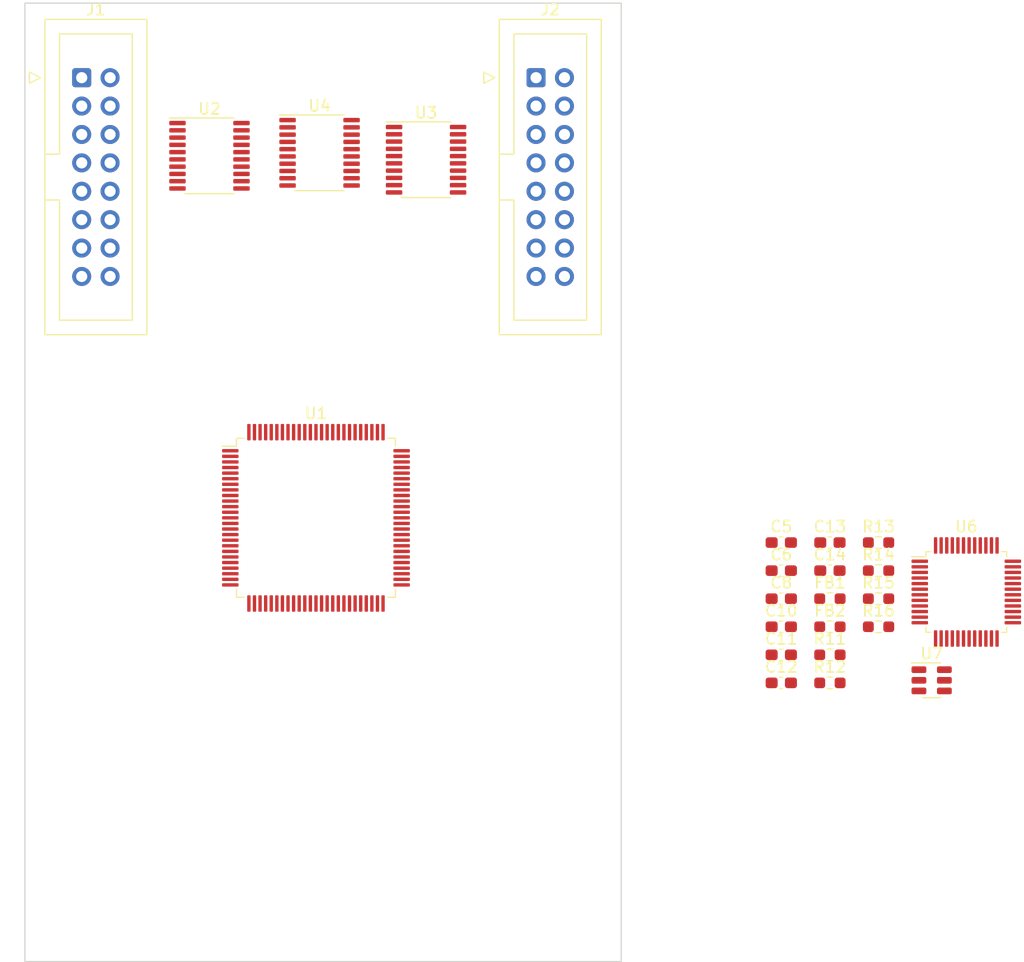
<source format=kicad_pcb>
(kicad_pcb (version 20221018) (generator pcbnew)
  (layers (0 "F.Cu" signal) (1 "In1.Cu" mixed) (2 "In2.Cu" mixed) (31 "B.Cu" signal) (34 "B.Paste" user) (35 "F.Paste" user) (36 "B.SilkS" user "B.Silkscreen") (37 "F.SilkS" user "F.Silkscreen") (38 "B.Mask" user) (39 "F.Mask" user) (44 "Edge.Cuts" user))
  (net 0 "")
  (net 1 "+3.3VP")
  (net 2 "GND")
  (net 3 "Net-(U6-VCCCORE)")
  (net 4 "Net-(U6-VCCA)")
  (net 5 "Net-(U6-VPHY)")
  (net 6 "Net-(U6-VPLL)")
  (net 7 "/Hub75/B1")
  (net 8 "/Hub75/G1")
  (net 9 "/Hub75/R1")
  (net 10 "/Hub75/B2")
  (net 11 "/Hub75/G2")
  (net 12 "/Hub75/R2")
  (net 18 "/Hub75/B3")
  (net 19 "/Hub75/G3")
  (net 20 "/Hub75/R3")
  (net 21 "/Hub75/B4")
  (net 22 "/Hub75/G4")
  (net 23 "/Hub75/R4")
  (net 29 "Net-(U6-EECS)")
  (net 30 "Net-(U6-EECLK)")
  (net 31 "Net-(U6-EEDATA)")
  (net 32 "Net-(U7-DO)")
  (net 33 "Net-(U6-~{RESET})")
  (net 34 "Net-(U6-REF)")
  (net 39 "Net-(U1B-GPIOL_00_SS_N)")
  (net 51 "Net-(U1B-GPIOL_09_CDI1)")
  (net 52 "Net-(U1B-GPIOL_08_CDI0)")
  (net 56 "Net-(U1B-GPIOL_04_CSI)")
  (net 57 "Net-(U1B-CDONE)")
  (net 58 "Net-(U1B-GPIOL_01_CCK)")
  (net 83 "Net-(U1C-GPIOR_158_TEST_N)")
  (net 87 "Net-(U1C-GPIOR_151_CBUS0)")
  (net 88 "Net-(U1C-GPIOR_150_CBUS1)")
  (net 89 "Net-(U1C-GPIOR_149_CBUS2)")
  (net 143 "+5V")
  (net 178 "/FTDI/CLK_12MHZ")
  (net 180 "/FTDI/USB_D-")
  (net 181 "/FTDI/USB_D+")
  (net 182 "/FTDI/D0")
  (net 183 "/FTDI/D1")
  (net 184 "/FTDI/D2")
  (net 185 "/FTDI/D3")
  (net 186 "/FTDI/D4")
  (net 187 "/FTDI/D5")
  (net 188 "/FTDI/D6")
  (net 189 "/FTDI/D7")
  (net 190 "/FTDI/~{RXF}")
  (net 191 "/FTDI/~{TXE}")
  (net 192 "/FTDI/~{RD}")
  (net 193 "/FTDI/~{WR}")
  (net 194 "/FTDI/CLK_60MHZ")
  (net 195 "/FTDI/~{OE}")
  (net 198 "/FTDI/VIN")
  (footprint "Capacitor_SMD:C_0603_1608Metric_Pad1.08x0.95mm_HandSolder" (layer "F.Cu") (at 156.555 103.0875)
    (fp_text reference "C10" (at 0 -1.43) (layer "F.SilkS"))
    (fp_text value "10u")
    (fp_line (start -0.146267 -0.51) (end 0.146267 -0.51) (stroke (width 0.12)) (layer "F.SilkS"))
    (fp_line (start -0.146267 0.51) (end 0.146267 0.51) (stroke (width 0.12)) (layer "F.SilkS"))
    (pad "1" smd roundrect (at -0.8625 0) (size 1.075 0.95) (layers "F.Cu" "F.Paste" "F.Mask") (net 5 "Net-(U6-VPHY)"))
    (pad "2" smd roundrect (at 0.8625 0) (size 1.075 0.95) (layers "F.Cu" "F.Paste" "F.Mask") (net 2 "GND"))
  )
  (footprint "Resistor_SMD:R_0603_1608Metric_Pad0.98x0.95mm_HandSolder" (layer "F.Cu") (at 165.255 100.5775)
    (fp_text reference "R15" (at 0 -1.43) (layer "F.SilkS"))
    (fp_text value "10k")
    (fp_line (start -0.254724 -0.5225) (end 0.254724 -0.5225) (stroke (width 0.12)) (layer "F.SilkS"))
    (fp_line (start -0.254724 0.5225) (end 0.254724 0.5225) (stroke (width 0.12)) (layer "F.SilkS"))
    (pad "1" smd roundrect (at -0.9125 0) (size 0.975 0.95) (layers "F.Cu" "F.Paste" "F.Mask") (net 33 "Net-(U6-~{RESET})"))
    (pad "2" smd roundrect (at 0.9125 0) (size 0.975 0.95) (layers "F.Cu" "F.Paste" "F.Mask") (net 1 "+3.3VP"))
  )
  (footprint "Resistor_SMD:R_0603_1608Metric_Pad0.98x0.95mm_HandSolder" (layer "F.Cu") (at 160.905 105.5975)
    (fp_text reference "R11" (at 0 -1.43) (layer "F.SilkS"))
    (fp_text value "10k")
    (fp_line (start -0.254724 -0.5225) (end 0.254724 -0.5225) (stroke (width 0.12)) (layer "F.SilkS"))
    (fp_line (start -0.254724 0.5225) (end 0.254724 0.5225) (stroke (width 0.12)) (layer "F.SilkS"))
    (pad "1" smd roundrect (at -0.9125 0) (size 0.975 0.95) (layers "F.Cu" "F.Paste" "F.Mask") (net 1 "+3.3VP"))
    (pad "2" smd roundrect (at 0.9125 0) (size 0.975 0.95) (layers "F.Cu" "F.Paste" "F.Mask") (net 29 "Net-(U6-EECS)"))
  )
  (footprint "Resistor_SMD:R_0603_1608Metric_Pad0.98x0.95mm_HandSolder" (layer "F.Cu") (at 160.905 108.1075)
    (fp_text reference "R12" (at 0 -1.43) (layer "F.SilkS"))
    (fp_text value "10k")
    (fp_line (start -0.254724 -0.5225) (end 0.254724 -0.5225) (stroke (width 0.12)) (layer "F.SilkS"))
    (fp_line (start -0.254724 0.5225) (end 0.254724 0.5225) (stroke (width 0.12)) (layer "F.SilkS"))
    (pad "1" smd roundrect (at -0.9125 0) (size 0.975 0.95) (layers "F.Cu" "F.Paste" "F.Mask") (net 1 "+3.3VP"))
    (pad "2" smd roundrect (at 0.9125 0) (size 0.975 0.95) (layers "F.Cu" "F.Paste" "F.Mask") (net 30 "Net-(U6-EECLK)"))
  )
  (footprint "Package_TO_SOT_SMD:SOT-23-6" (layer "F.Cu") (at 170.005 107.8775)
    (fp_text reference "U7" (at 0 -2.4) (layer "F.SilkS"))
    (fp_text value "93LCxxBxxOT")
    (fp_line (start 0 -1.56) (end -1.8 -1.56) (stroke (width 0.12)) (layer "F.SilkS"))
    (fp_line (start 0 -1.56) (end 0.8 -1.56) (stroke (width 0.12)) (layer "F.SilkS"))
    (fp_line (start 0 1.56) (end -0.8 1.56) (stroke (width 0.12)) (layer "F.SilkS"))
    (fp_line (start 0 1.56) (end 0.8 1.56) (stroke (width 0.12)) (layer "F.SilkS"))
    (pad "1" smd roundrect (at -1.1375 -0.95) (size 1.325 0.6) (layers "F.Cu" "F.Paste" "F.Mask") (net 32 "Net-(U7-DO)"))
    (pad "2" smd roundrect (at -1.1375 0) (size 1.325 0.6) (layers "F.Cu" "F.Paste" "F.Mask") (net 2 "GND"))
    (pad "3" smd roundrect (at -1.1375 0.95) (size 1.325 0.6) (layers "F.Cu" "F.Paste" "F.Mask") (net 31 "Net-(U6-EEDATA)"))
    (pad "4" smd roundrect (at 1.1375 0.95) (size 1.325 0.6) (layers "F.Cu" "F.Paste" "F.Mask") (net 30 "Net-(U6-EECLK)"))
    (pad "5" smd roundrect (at 1.1375 0) (size 1.325 0.6) (layers "F.Cu" "F.Paste" "F.Mask") (net 29 "Net-(U6-EECS)"))
    (pad "6" smd roundrect (at 1.1375 -0.95) (size 1.325 0.6) (layers "F.Cu" "F.Paste" "F.Mask") (net 1 "+3.3VP"))
  )
  (footprint "Connector_IDC:IDC-Header_2x08_P2.54mm_Vertical" (layer "F.Cu") (at 134.62 53.975)
    (fp_text reference "J2" (at 1.27 -6.1) (layer "F.SilkS"))
    (fp_text value "Conn_02x08_Odd_Even")
    (fp_line (start -4.68 -0.5) (end -4.68 0.5) (stroke (width 0.12)) (layer "F.SilkS"))
    (fp_line (start -4.68 0.5) (end -3.68 0) (stroke (width 0.12)) (layer "F.SilkS"))
    (fp_line (start -3.68 0) (end -4.68 -0.5) (stroke (width 0.12)) (layer "F.SilkS"))
    (fp_line (start -3.29 -5.21) (end 5.83 -5.21) (stroke (width 0.12)) (layer "F.SilkS"))
    (fp_line (start -3.29 6.84) (end -1.98 6.84) (stroke (width 0.12)) (layer "F.SilkS"))
    (fp_line (start -3.29 22.99) (end -3.29 -5.21) (stroke (width 0.12)) (layer "F.SilkS"))
    (fp_line (start -1.98 -3.91) (end 4.52 -3.91) (stroke (width 0.12)) (layer "F.SilkS"))
    (fp_line (start -1.98 6.84) (end -1.98 -3.91) (stroke (width 0.12)) (layer "F.SilkS"))
    (fp_line (start -1.98 10.94) (end -3.29 10.94) (stroke (width 0.12)) (layer "F.SilkS"))
    (fp_line (start -1.98 10.94) (end -1.98 10.94) (stroke (width 0.12)) (layer "F.SilkS"))
    (fp_line (start -1.98 21.69) (end -1.98 10.94) (stroke (width 0.12)) (layer "F.SilkS"))
    (fp_line (start 4.52 -3.91) (end 4.52 21.69) (stroke (width 0.12)) (layer "F.SilkS"))
    (fp_line (start 4.52 21.69) (end -1.98 21.69) (stroke (width 0.12)) (layer "F.SilkS"))
    (fp_line (start 5.83 -5.21) (end 5.83 22.99) (stroke (width 0.12)) (layer "F.SilkS"))
    (fp_line (start 5.83 22.99) (end -3.29 22.99) (stroke (width 0.12)) (layer "F.SilkS"))
    (pad "1" thru_hole roundrect (at 0 0) (size 1.7 1.7) (drill 1) (layers "*.Cu" "*.Mask") (roundrect_rratio 0.147059) (net 18 "/Hub75/B3"))
    (pad "2" thru_hole circle (at 2.54 0) (size 1.7 1.7) (drill 1) (layers "*.Cu" "*.Mask") (net 19 "/Hub75/G3"))
    (pad "3" thru_hole circle (at 0 2.54) (size 1.7 1.7) (drill 1) (layers "*.Cu" "*.Mask") (net 20 "/Hub75/R3"))
    (pad "4" thru_hole circle (at 2.54 2.54) (size 1.7 1.7) (drill 1) (layers "*.Cu" "*.Mask") (net 2 "GND"))
    (pad "5" thru_hole circle (at 0 5.08) (size 1.7 1.7) (drill 1) (layers "*.Cu" "*.Mask") (net 21 "/Hub75/B4"))
    (pad "6" thru_hole circle (at 2.54 5.08) (size 1.7 1.7) (drill 1) (layers "*.Cu" "*.Mask") (net 22 "/Hub75/G4"))
    (pad "7" thru_hole circle (at 0 7.62) (size 1.7 1.7) (drill 1) (layers "*.Cu" "*.Mask") (net 23 "/Hub75/R4"))
    (pad "8" thru_hole circle (at 2.54 7.62) (size 1.7 1.7) (drill 1) (layers "*.Cu" "*.Mask") (net 2 "GND"))
    (pad "9" thru_hole circle (at 0 10.16) (size 1.7 1.7) (drill 1) (layers "*.Cu" "*.Mask"))
    (pad "10" thru_hole circle (at 2.54 10.16) (size 1.7 1.7) (drill 1) (layers "*.Cu" "*.Mask") (net 2 "GND"))
    (pad "11" thru_hole circle (at 0 12.7) (size 1.7 1.7) (drill 1) (layers "*.Cu" "*.Mask"))
    (pad "12" thru_hole circle (at 2.54 12.7) (size 1.7 1.7) (drill 1) (layers "*.Cu" "*.Mask") (net 2 "GND"))
    (pad "13" thru_hole circle (at 0 15.24) (size 1.7 1.7) (drill 1) (layers "*.Cu" "*.Mask"))
    (pad "14" thru_hole circle (at 2.54 15.24) (size 1.7 1.7) (drill 1) (layers "*.Cu" "*.Mask"))
    (pad "15" thru_hole circle (at 0 17.78) (size 1.7 1.7) (drill 1) (layers "*.Cu" "*.Mask"))
    (pad "16" thru_hole circle (at 2.54 17.78) (size 1.7 1.7) (drill 1) (layers "*.Cu" "*.Mask") (net 2 "GND"))
  )
  (footprint "Capacitor_SMD:C_0603_1608Metric_Pad1.08x0.95mm_HandSolder" (layer "F.Cu") (at 160.905 95.5575)
    (fp_text reference "C13" (at 0 -1.43) (layer "F.SilkS"))
    (fp_text value "100n")
    (fp_line (start -0.146267 -0.51) (end 0.146267 -0.51) (stroke (width 0.12)) (layer "F.SilkS"))
    (fp_line (start -0.146267 0.51) (end 0.146267 0.51) (stroke (width 0.12)) (layer "F.SilkS"))
    (pad "1" smd roundrect (at -0.8625 0) (size 1.075 0.95) (layers "F.Cu" "F.Paste" "F.Mask") (net 1 "+3.3VP"))
    (pad "2" smd roundrect (at 0.8625 0) (size 1.075 0.95) (layers "F.Cu" "F.Paste" "F.Mask") (net 2 "GND"))
  )
  (footprint "Package_SO:TSSOP-20_4.4x6.5mm_P0.65mm" (layer "F.Cu") (at 124.7825 61.315)
    (fp_text reference "U3" (at 0 -4.2) (layer "F.SilkS"))
    (fp_text value "74AHCT245PW")
    (fp_line (start 0 -3.385) (end -3.6 -3.385) (stroke (width 0.12)) (layer "F.SilkS"))
    (fp_line (start 0 -3.385) (end 2.2 -3.385) (stroke (width 0.12)) (layer "F.SilkS"))
    (fp_line (start 0 3.385) (end -2.2 3.385) (stroke (width 0.12)) (layer "F.SilkS"))
    (fp_line (start 0 3.385) (end 2.2 3.385) (stroke (width 0.12)) (layer "F.SilkS"))
    (pad "1" smd roundrect (at -2.8625 -2.925) (size 1.475 0.4) (layers "F.Cu" "F.Paste" "F.Mask"))
    (pad "2" smd roundrect (at -2.8625 -2.275) (size 1.475 0.4) (layers "F.Cu" "F.Paste" "F.Mask"))
    (pad "3" smd roundrect (at -2.8625 -1.625) (size 1.475 0.4) (layers "F.Cu" "F.Paste" "F.Mask"))
    (pad "4" smd roundrect (at -2.8625 -0.975) (size 1.475 0.4) (layers "F.Cu" "F.Paste" "F.Mask"))
    (pad "5" smd roundrect (at -2.8625 -0.325) (size 1.475 0.4) (layers "F.Cu" "F.Paste" "F.Mask"))
    (pad "6" smd roundrect (at -2.8625 0.325) (size 1.475 0.4) (layers "F.Cu" "F.Paste" "F.Mask"))
    (pad "7" smd roundrect (at -2.8625 0.975) (size 1.475 0.4) (layers "F.Cu" "F.Paste" "F.Mask"))
    (pad "8" smd roundrect (at -2.8625 1.625) (size 1.475 0.4) (layers "F.Cu" "F.Paste" "F.Mask"))
    (pad "9" smd roundrect (at -2.8625 2.275) (size 1.475 0.4) (layers "F.Cu" "F.Paste" "F.Mask"))
    (pad "10" smd roundrect (at -2.8625 2.925) (size 1.475 0.4) (layers "F.Cu" "F.Paste" "F.Mask") (net 2 "GND"))
    (pad "11" smd roundrect (at 2.8625 2.925) (size 1.475 0.4) (layers "F.Cu" "F.Paste" "F.Mask"))
    (pad "12" smd roundrect (at 2.8625 2.275) (size 1.475 0.4) (layers "F.Cu" "F.Paste" "F.Mask"))
    (pad "13" smd roundrect (at 2.8625 1.625) (size 1.475 0.4) (layers "F.Cu" "F.Paste" "F.Mask"))
    (pad "14" smd roundrect (at 2.8625 0.975) (size 1.475 0.4) (layers "F.Cu" "F.Paste" "F.Mask"))
    (pad "15" smd roundrect (at 2.8625 0.325) (size 1.475 0.4) (layers "F.Cu" "F.Paste" "F.Mask"))
    (pad "16" smd roundrect (at 2.8625 -0.325) (size 1.475 0.4) (layers "F.Cu" "F.Paste" "F.Mask"))
    (pad "17" smd roundrect (at 2.8625 -0.975) (size 1.475 0.4) (layers "F.Cu" "F.Paste" "F.Mask"))
    (pad "18" smd roundrect (at 2.8625 -1.625) (size 1.475 0.4) (layers "F.Cu" "F.Paste" "F.Mask"))
    (pad "19" smd roundrect (at 2.8625 -2.275) (size 1.475 0.4) (layers "F.Cu" "F.Paste" "F.Mask") (net 2 "GND"))
    (pad "20" smd roundrect (at 2.8625 -2.925) (size 1.475 0.4) (layers "F.Cu" "F.Paste" "F.Mask") (net 143 "+5V"))
  )
  (footprint "Package_SO:TSSOP-20_4.4x6.5mm_P0.65mm" (layer "F.Cu") (at 115.2575 60.695)
    (fp_text reference "U4" (at 0 -4.2) (layer "F.SilkS"))
    (fp_text value "74AHCT245PW")
    (fp_line (start 0 -3.385) (end -3.6 -3.385) (stroke (width 0.12)) (layer "F.SilkS"))
    (fp_line (start 0 -3.385) (end 2.2 -3.385) (stroke (width 0.12)) (layer "F.SilkS"))
    (fp_line (start 0 3.385) (end -2.2 3.385) (stroke (width 0.12)) (layer "F.SilkS"))
    (fp_line (start 0 3.385) (end 2.2 3.385) (stroke (width 0.12)) (layer "F.SilkS"))
    (pad "1" smd roundrect (at -2.8625 -2.925) (size 1.475 0.4) (layers "F.Cu" "F.Paste" "F.Mask"))
    (pad "2" smd roundrect (at -2.8625 -2.275) (size 1.475 0.4) (layers "F.Cu" "F.Paste" "F.Mask"))
    (pad "3" smd roundrect (at -2.8625 -1.625) (size 1.475 0.4) (layers "F.Cu" "F.Paste" "F.Mask"))
    (pad "4" smd roundrect (at -2.8625 -0.975) (size 1.475 0.4) (layers "F.Cu" "F.Paste" "F.Mask"))
    (pad "5" smd roundrect (at -2.8625 -0.325) (size 1.475 0.4) (layers "F.Cu" "F.Paste" "F.Mask"))
    (pad "6" smd roundrect (at -2.8625 0.325) (size 1.475 0.4) (layers "F.Cu" "F.Paste" "F.Mask"))
    (pad "7" smd roundrect (at -2.8625 0.975) (size 1.475 0.4) (layers "F.Cu" "F.Paste" "F.Mask"))
    (pad "8" smd roundrect (at -2.8625 1.625) (size 1.475 0.4) (layers "F.Cu" "F.Paste" "F.Mask"))
    (pad "9" smd roundrect (at -2.8625 2.275) (size 1.475 0.4) (layers "F.Cu" "F.Paste" "F.Mask"))
    (pad "10" smd roundrect (at -2.8625 2.925) (size 1.475 0.4) (layers "F.Cu" "F.Paste" "F.Mask") (net 2 "GND"))
    (pad "11" smd roundrect (at 2.8625 2.925) (size 1.475 0.4) (layers "F.Cu" "F.Paste" "F.Mask"))
    (pad "12" smd roundrect (at 2.8625 2.275) (size 1.475 0.4) (layers "F.Cu" "F.Paste" "F.Mask"))
    (pad "13" smd roundrect (at 2.8625 1.625) (size 1.475 0.4) (layers "F.Cu" "F.Paste" "F.Mask"))
    (pad "14" smd roundrect (at 2.8625 0.975) (size 1.475 0.4) (layers "F.Cu" "F.Paste" "F.Mask"))
    (pad "15" smd roundrect (at 2.8625 0.325) (size 1.475 0.4) (layers "F.Cu" "F.Paste" "F.Mask"))
    (pad "16" smd roundrect (at 2.8625 -0.325) (size 1.475 0.4) (layers "F.Cu" "F.Paste" "F.Mask"))
    (pad "17" smd roundrect (at 2.8625 -0.975) (size 1.475 0.4) (layers "F.Cu" "F.Paste" "F.Mask"))
    (pad "18" smd roundrect (at 2.8625 -1.625) (size 1.475 0.4) (layers "F.Cu" "F.Paste" "F.Mask"))
    (pad "19" smd roundrect (at 2.8625 -2.275) (size 1.475 0.4) (layers "F.Cu" "F.Paste" "F.Mask") (net 2 "GND"))
    (pad "20" smd roundrect (at 2.8625 -2.925) (size 1.475 0.4) (layers "F.Cu" "F.Paste" "F.Mask") (net 143 "+5V"))
  )
  (footprint "Capacitor_SMD:C_0603_1608Metric_Pad1.08x0.95mm_HandSolder" (layer "F.Cu") (at 156.555 100.5775)
    (fp_text reference "C8" (at 0 -1.43) (layer "F.SilkS"))
    (fp_text value "100n")
    (fp_line (start -0.146267 -0.51) (end 0.146267 -0.51) (stroke (width 0.12)) (layer "F.SilkS"))
    (fp_line (start -0.146267 0.51) (end 0.146267 0.51) (stroke (width 0.12)) (layer "F.SilkS"))
    (pad "1" smd roundrect (at -0.8625 0) (size 1.075 0.95) (layers "F.Cu" "F.Paste" "F.Mask") (net 4 "Net-(U6-VCCA)"))
    (pad "2" smd roundrect (at 0.8625 0) (size 1.075 0.95) (layers "F.Cu" "F.Paste" "F.Mask") (net 2 "GND"))
  )
  (footprint "Resistor_SMD:R_0603_1608Metric_Pad0.98x0.95mm_HandSolder" (layer "F.Cu") (at 160.905 103.0875)
    (fp_text reference "FB2" (at 0 -1.43) (layer "F.SilkS"))
    (fp_text value "FerriteBead")
    (fp_line (start -0.254724 -0.5225) (end 0.254724 -0.5225) (stroke (width 0.12)) (layer "F.SilkS"))
    (fp_line (start -0.254724 0.5225) (end 0.254724 0.5225) (stroke (width 0.12)) (layer "F.SilkS"))
    (pad "1" smd roundrect (at -0.9125 0) (size 0.975 0.95) (layers "F.Cu" "F.Paste" "F.Mask") (net 1 "+3.3VP"))
    (pad "2" smd roundrect (at 0.9125 0) (size 0.975 0.95) (layers "F.Cu" "F.Paste" "F.Mask") (net 6 "Net-(U6-VPLL)"))
  )
  (footprint "Package_QFP:TQFP-100_14x14mm_P0.5mm" (layer "F.Cu") (at 114.935 93.345)
    (fp_text reference "U1" (at 0 -9.35) (layer "F.SilkS"))
    (fp_text value "T20Q100F3")
    (fp_line (start -7.11 -7.11) (end -7.11 -6.41) (stroke (width 0.12)) (layer "F.SilkS"))
    (fp_line (start -7.11 -6.41) (end -8.4 -6.41) (stroke (width 0.12)) (layer "F.SilkS"))
    (fp_line (start -7.11 7.11) (end -7.11 6.41) (stroke (width 0.12)) (layer "F.SilkS"))
    (fp_line (start -6.41 -7.11) (end -7.11 -7.11) (stroke (width 0.12)) (layer "F.SilkS"))
    (fp_line (start -6.41 7.11) (end -7.11 7.11) (stroke (width 0.12)) (layer "F.SilkS"))
    (fp_line (start 6.41 -7.11) (end 7.11 -7.11) (stroke (width 0.12)) (layer "F.SilkS"))
    (fp_line (start 6.41 7.11) (end 7.11 7.11) (stroke (width 0.12)) (layer "F.SilkS"))
    (fp_line (start 7.11 -7.11) (end 7.11 -6.41) (stroke (width 0.12)) (layer "F.SilkS"))
    (fp_line (start 7.11 7.11) (end 7.11 6.41) (stroke (width 0.12)) (layer "F.SilkS"))
    (pad "1" smd roundrect (at -7.6625 -6) (size 1.475 0.3) (layers "F.Cu" "F.Paste" "F.Mask") (net 2 "GND"))
    (pad "2" smd roundrect (at -7.6625 -5.5) (size 1.475 0.3) (layers "F.Cu" "F.Paste" "F.Mask"))
    (pad "3" smd roundrect (at -7.6625 -5) (size 1.475 0.3) (layers "F.Cu" "F.Paste" "F.Mask"))
    (pad "4" smd roundrect (at -7.6625 -4.5) (size 1.475 0.3) (layers "F.Cu" "F.Paste" "F.Mask"))
    (pad "5" smd roundrect (at -7.6625 -4) (size 1.475 0.3) (layers "F.Cu" "F.Paste" "F.Mask"))
    (pad "6" smd roundrect (at -7.6625 -3.5) (size 1.475 0.3) (layers "F.Cu" "F.Paste" "F.Mask") (net 39 "Net-(U1B-GPIOL_00_SS_N)"))
    (pad "7" smd roundrect (at -7.6625 -3) (size 1.475 0.3) (layers "F.Cu" "F.Paste" "F.Mask"))
    (pad "8" smd roundrect (at -7.6625 -2.5) (size 1.475 0.3) (layers "F.Cu" "F.Paste" "F.Mask"))
    (pad "9" smd roundrect (at -7.6625 -2) (size 1.475 0.3) (layers "F.Cu" "F.Paste" "F.Mask"))
    (pad "10" smd roundrect (at -7.6625 -1.5) (size 1.475 0.3) (layers "F.Cu" "F.Paste" "F.Mask"))
    (pad "11" smd roundrect (at -7.6625 -1) (size 1.475 0.3) (layers "F.Cu" "F.Paste" "F.Mask"))
    (pad "12" smd roundrect (at -7.6625 -0.5) (size 1.475 0.3) (layers "F.Cu" "F.Paste" "F.Mask"))
    (pad "13" smd roundrect (at -7.6625 0) (size 1.475 0.3) (layers "F.Cu" "F.Paste" "F.Mask"))
    (pad "14" smd roundrect (at -7.6625 0.5) (size 1.475 0.3) (layers "F.Cu" "F.Paste" "F.Mask"))
    (pad "15" smd roundrect (at -7.6625 1) (size 1.475 0.3) (layers "F.Cu" "F.Paste" "F.Mask"))
    (pad "16" smd roundrect (at -7.6625 1.5) (size 1.475 0.3) (layers "F.Cu" "F.Paste" "F.Mask"))
    (pad "17" smd roundrect (at -7.6625 2) (size 1.475 0.3) (layers "F.Cu" "F.Paste" "F.Mask"))
    (pad "18" smd roundrect (at -7.6625 2.5) (size 1.475 0.3) (layers "F.Cu" "F.Paste" "F.Mask") (net 51 "Net-(U1B-GPIOL_09_CDI1)"))
    (pad "19" smd roundrect (at -7.6625 3) (size 1.475 0.3) (layers "F.Cu" "F.Paste" "F.Mask") (net 52 "Net-(U1B-GPIOL_08_CDI0)"))
    (pad "20" smd roundrect (at -7.6625 3.5) (size 1.475 0.3) (layers "F.Cu" "F.Paste" "F.Mask"))
    (pad "21" smd roundrect (at -7.6625 4) (size 1.475 0.3) (layers "F.Cu" "F.Paste" "F.Mask"))
    (pad "22" smd roundrect (at -7.6625 4.5) (size 1.475 0.3) (layers "F.Cu" "F.Paste" "F.Mask"))
    (pad "23" smd roundrect (at -7.6625 5) (size 1.475 0.3) (layers "F.Cu" "F.Paste" "F.Mask") (net 56 "Net-(U1B-GPIOL_04_CSI)"))
    (pad "24" smd roundrect (at -7.6625 5.5) (size 1.475 0.3) (layers "F.Cu" "F.Paste" "F.Mask") (net 39 "Net-(U1B-GPIOL_00_SS_N)"))
    (pad "25" smd roundrect (at -7.6625 6) (size 1.475 0.3) (layers "F.Cu" "F.Paste" "F.Mask") (net 57 "Net-(U1B-CDONE)"))
    (pad "26" smd roundrect (at -6 7.6625) (size 0.3 1.475) (layers "F.Cu" "F.Paste" "F.Mask") (net 58 "Net-(U1B-GPIOL_01_CCK)"))
    (pad "27" smd roundrect (at -5.5 7.6625) (size 0.3 1.475) (layers "F.Cu" "F.Paste" "F.Mask"))
    (pad "28" smd roundrect (at -5 7.6625) (size 0.3 1.475) (layers "F.Cu" "F.Paste" "F.Mask") (net 2 "GND"))
    (pad "29" smd roundrect (at -4.5 7.6625) (size 0.3 1.475) (layers "F.Cu" "F.Paste" "F.Mask"))
    (pad "30" smd roundrect (at -4 7.6625) (size 0.3 1.475) (layers "F.Cu" "F.Paste" "F.Mask"))
    (pad "31" smd roundrect (at -3.5 7.6625) (size 0.3 1.475) (layers "F.Cu" "F.Paste" "F.Mask"))
    (pad "32" smd roundrect (at -3 7.6625) (size 0.3 1.475) (layers "F.Cu" "F.Paste" "F.Mask"))
    (pad "33" smd roundrect (at -2.5 7.6625) (size 0.3 1.475) (layers "F.Cu" "F.Paste" "F.Mask"))
    (pad "34" smd roundrect (at -2 7.6625) (size 0.3 1.475) (layers "F.Cu" "F.Paste" "F.Mask"))
    (pad "35" smd roundrect (at -1.5 7.6625) (size 0.3 1.475) (layers "F.Cu" "F.Paste" "F.Mask"))
    (pad "36" smd roundrect (at -1 7.6625) (size 0.3 1.475) (layers "F.Cu" "F.Paste" "F.Mask"))
    (pad "37" smd roundrect (at -0.5 7.6625) (size 0.3 1.475) (layers "F.Cu" "F.Paste" "F.Mask"))
    (pad "38" smd roundrect (at 0 7.6625) (size 0.3 1.475) (layers "F.Cu" "F.Paste" "F.Mask"))
    (pad "39" smd roundrect (at 0.5 7.6625) (size 0.3 1.475) (layers "F.Cu" "F.Paste" "F.Mask") (net 2 "GND"))
    (pad "40" smd roundrect (at 1 7.6625) (size 0.3 1.475) (layers "F.Cu" "F.Paste" "F.Mask"))
    (pad "41" smd roundrect (at 1.5 7.6625) (size 0.3 1.475) (layers "F.Cu" "F.Paste" "F.Mask"))
    (pad "42" smd roundrect (at 2 7.6625) (size 0.3 1.475) (layers "F.Cu" "F.Paste" "F.Mask"))
    (pad "43" smd roundrect (at 2.5 7.6625) (size 0.3 1.475) (layers "F.Cu" "F.Paste" "F.Mask"))
    (pad "44" smd roundrect (at 3 7.6625) (size 0.3 1.475) (layers "F.Cu" "F.Paste" "F.Mask"))
    (pad "45" smd roundrect (at 3.5 7.6625) (size 0.3 1.475) (layers "F.Cu" "F.Paste" "F.Mask"))
    (pad "46" smd roundrect (at 4 7.6625) (size 0.3 1.475) (layers "F.Cu" "F.Paste" "F.Mask"))
    (pad "47" smd roundrect (at 4.5 7.6625) (size 0.3 1.475) (layers "F.Cu" "F.Paste" "F.Mask"))
    (pad "48" smd roundrect (at 5 7.6625) (size 0.3 1.475) (layers "F.Cu" "F.Paste" "F.Mask"))
    (pad "49" smd roundrect (at 5.5 7.6625) (size 0.3 1.475) (layers "F.Cu" "F.Paste" "F.Mask"))
    (pad "50" smd roundrect (at 6 7.6625) (size 0.3 1.475) (layers "F.Cu" "F.Paste" "F.Mask"))
    (pad "51" smd roundrect (at 7.6625 6) (size 1.475 0.3) (layers "F.Cu" "F.Paste" "F.Mask"))
    (pad "52" smd roundrect (at 7.6625 5.5) (size 1.475 0.3) (layers "F.Cu" "F.Paste" "F.Mask"))
    (pad "53" smd roundrect (at 7.6625 5) (size 1.475 0.3) (layers "F.Cu" "F.Paste" "F.Mask") (net 83 "Net-(U1C-GPIOR_158_TEST_N)"))
    (pad "54" smd roundrect (at 7.6625 4.5) (size 1.475 0.3) (layers "F.Cu" "F.Paste" "F.Mask"))
    (pad "55" smd roundrect (at 7.6625 4) (size 1.475 0.3) (layers "F.Cu" "F.Paste" "F.Mask"))
    (pad "56" smd roundrect (at 7.6625 3.5) (size 1.475 0.3) (layers "F.Cu" "F.Paste" "F.Mask"))
    (pad "57" smd roundrect (at 7.6625 3) (size 1.475 0.3) (layers "F.Cu" "F.Paste" "F.Mask") (net 87 "Net-(U1C-GPIOR_151_CBUS0)"))
    (pad "58" smd roundrect (at 7.6625 2.5) (size 1.475 0.3) (layers "F.Cu" "F.Paste" "F.Mask") (net 88 "Net-(U1C-GPIOR_150_CBUS1)"))
    (pad "59" smd roundrect (at 7.6625 2) (size 1.475 0.3) (layers "F.Cu" "F.Paste" "F.Mask") (net 89 "Net-(U1C-GPIOR_149_CBUS2)"))
    (pad "60" smd roundrect (at 7.6625 1.5) (size 1.475 0.3) (layers "F.Cu" "F.Paste" "F.Mask"))
    (pad "61" smd roundrect (at 7.6625 1) (size 1.475 0.3) (layers "F.Cu" "F.Paste" "F.Mask") (net 2 "GND"))
    (pad "62" smd roundrect (at 7.6625 0.5) (size 1.475 0.3) (layers "F.Cu" "F.Paste" "F.Mask"))
    (pad "63" smd roundrect (at 7.6625 0) (size 1.475 0.3) (layers "F.Cu" "F.Paste" "F.Mask"))
    (pad "64" smd roundrect (at 7.6625 -0.5) (size 1.475 0.3) (layers "F.Cu" "F.Paste" "F.Mask"))
    (pad "65" smd roundrect (at 7.6625 -1) (size 1.475 0.3) (layers "F.Cu" "F.Paste" "F.Mask"))
    (pad "66" smd roundrect (at 7.6625 -1.5) (size 1.475 0.3) (layers "F.Cu" "F.Paste" "F.Mask"))
    (pad "67" smd roundrect (at 7.6625 -2) (size 1.475 0.3) (layers "F.Cu" "F.Paste" "F.Mask"))
    (pad "68" smd roundrect (at 7.6625 -2.5) (size 1.475 0.3) (layers "F.Cu" "F.Paste" "F.Mask"))
    (pad "69" smd roundrect (at 7.6625 -3) (size 1.475 0.3) (layers "F.Cu" "F.Paste" "F.Mask"))
    (pad "70" smd roundrect (at 7.6625 -3.5) (size 1.475 0.3) (layers "F.Cu" "F.Paste" "F.Mask") (net 2 "GND"))
    (pad "71" smd roundrect (at 7.6625 -4) (size 1.475 0.3) (layers "F.Cu" "F.Paste" "F.Mask"))
    (pad "72" smd roundrect (at 7.6625 -4.5) (size 1.475 0.3) (layers "F.Cu" "F.Paste" "F.Mask"))
    (pad "73" smd roundrect (at 7.6625 -5) (size 1.475 0.3) (layers "F.Cu" "F.Paste" "F.Mask"))
    (pad "74" smd roundrect (at 7.6625 -5.5) (size 1.475 0.3) (layers "F.Cu" "F.Paste" "F.Mask"))
    (pad "75" smd roundrect (at 7.6625 -6) (size 1.475 0.3) (layers "F.Cu" "F.Paste" "F.Mask"))
    (pad "76" smd roundrect (at 6 -7.6625) (size 0.3 1.475) (layers "F.Cu" "F.Paste" "F.Mask"))
    (pad "77" smd roundrect (at 5.5 -7.6625) (size 0.3 1.475) (layers "F.Cu" "F.Paste" "F.Mask"))
    (pad "78" smd roundrect (at 5 -7.6625) (size 0.3 1.475) (layers "F.Cu" "F.Paste" "F.Mask"))
    (pad "79" smd roundrect (at 4.5 -7.6625) (size 0.3 1.475) (layers "F.Cu" "F.Paste" "F.Mask"))
    (pad "80" smd roundrect (at 4 -7.6625) (size 0.3 1.475) (layers "F.Cu" "F.Paste" "F.Mask"))
    (pad "81" smd roundrect (at 3.5 -7.6625) (size 0.3 1.475) (layers "F.Cu" "F.Paste" "F.Mask") (net 2 "GND"))
    (pad "82" smd roundrect (at 3 -7.6625) (size 0.3 1.475) (layers "F.Cu" "F.Paste" "F.Mask"))
    (pad "83" smd roundrect (at 2.5 -7.6625) (size 0.3 1.475) (layers "F.Cu" "F.Paste" "F.Mask"))
    (pad "84" smd roundrect (at 2 -7.6625) (size 0.3 1.475) (layers "F.Cu" "F.Paste" "F.Mask"))
    (pad "85" smd roundrect (at 1.5 -7.6625) (size 0.3 1.475) (layers "F.Cu" "F.Paste" "F.Mask"))
    (pad "86" smd roundrect (at 1 -7.6625) (size 0.3 1.475) (layers "F.Cu" "F.Paste" "F.Mask"))
    (pad "87" smd roundrect (at 0.5 -7.6625) (size 0.3 1.475) (layers "F.Cu" "F.Paste" "F.Mask"))
    (pad "88" smd roundrect (at 0 -7.6625) (size 0.3 1.475) (layers "F.Cu" "F.Paste" "F.Mask"))
    (pad "89" smd roundrect (at -0.5 -7.6625) (size 0.3 1.475) (layers "F.Cu" "F.Paste" "F.Mask"))
    (pad "90" smd roundrect (at -1 -7.6625) (size 0.3 1.475) (layers "F.Cu" "F.Paste" "F.Mask") (net 2 "GND"))
    (pad "91" smd roundrect (at -1.5 -7.6625) (size 0.3 1.475) (layers "F.Cu" "F.Paste" "F.Mask"))
    (pad "92" smd roundrect (at -2 -7.6625) (size 0.3 1.475) (layers "F.Cu" "F.Paste" "F.Mask"))
    (pad "93" smd roundrect (at -2.5 -7.6625) (size 0.3 1.475) (layers "F.Cu" "F.Paste" "F.Mask"))
    (pad "94" smd roundrect (at -3 -7.6625) (size 0.3 1.475) (layers "F.Cu" "F.Paste" "F.Mask"))
    (pad "95" smd roundrect (at -3.5 -7.6625) (size 0.3 1.475) (layers "F.Cu" "F.Paste" "F.Mask"))
    (pad "96" smd roundrect (at -4 -7.6625) (size 0.3 1.475) (layers "F.Cu" "F.Paste" "F.Mask"))
    (pad "97" smd roundrect (at -4.5 -7.6625) (size 0.3 1.475) (layers "F.Cu" "F.Paste" "F.Mask") (net 2 "GND"))
    (pad "98" smd roundrect (at -5 -7.6625) (size 0.3 1.475) (layers "F.Cu" "F.Paste" "F.Mask"))
    (pad "99" smd roundrect (at -5.5 -7.6625) (size 0.3 1.475) (layers "F.Cu" "F.Paste" "F.Mask"))
    (pad "100" smd roundrect (at -6 -7.6625) (size 0.3 1.475) (layers "F.Cu" "F.Paste" "F.Mask"))
  )
  (footprint "Capacitor_SMD:C_0603_1608Metric_Pad1.08x0.95mm_HandSolder" (layer "F.Cu") (at 156.555 108.1075)
    (fp_text reference "C12" (at 0 -1.43) (layer "F.SilkS"))
    (fp_text value "100n")
    (fp_line (start -0.146267 -0.51) (end 0.146267 -0.51) (stroke (width 0.12)) (layer "F.SilkS"))
    (fp_line (start -0.146267 0.51) (end 0.146267 0.51) (stroke (width 0.12)) (layer "F.SilkS"))
    (pad "1" smd roundrect (at -0.8625 0) (size 1.075 0.95) (layers "F.Cu" "F.Paste" "F.Mask") (net 1 "+3.3VP"))
    (pad "2" smd roundrect (at 0.8625 0) (size 1.075 0.95) (layers "F.Cu" "F.Paste" "F.Mask") (net 2 "GND"))
  )
  (footprint "Capacitor_SMD:C_0603_1608Metric_Pad1.08x0.95mm_HandSolder" (layer "F.Cu") (at 156.555 98.0675)
    (fp_text reference "C6" (at 0 -1.43) (layer "F.SilkS"))
    (fp_text value "100n")
    (fp_line (start -0.146267 -0.51) (end 0.146267 -0.51) (stroke (width 0.12)) (layer "F.SilkS"))
    (fp_line (start -0.146267 0.51) (end 0.146267 0.51) (stroke (width 0.12)) (layer "F.SilkS"))
    (pad "1" smd roundrect (at -0.8625 0) (size 1.075 0.95) (layers "F.Cu" "F.Paste" "F.Mask") (net 3 "Net-(U6-VCCCORE)"))
    (pad "2" smd roundrect (at 0.8625 0) (size 1.075 0.95) (layers "F.Cu" "F.Paste" "F.Mask") (net 2 "GND"))
  )
  (footprint "Package_QFP:LQFP-48_7x7mm_P0.5mm" (layer "F.Cu") (at 173.105 99.9775)
    (fp_text reference "U6" (at 0 -5.85) (layer "F.SilkS"))
    (fp_text value "FT232H")
    (fp_line (start -3.61 -3.61) (end -3.61 -3.16) (stroke (width 0.12)) (layer "F.SilkS"))
    (fp_line (start -3.61 -3.16) (end -4.9 -3.16) (stroke (width 0.12)) (layer "F.SilkS"))
    (fp_line (start -3.61 3.61) (end -3.61 3.16) (stroke (width 0.12)) (layer "F.SilkS"))
    (fp_line (start -3.16 -3.61) (end -3.61 -3.61) (stroke (width 0.12)) (layer "F.SilkS"))
    (fp_line (start -3.16 3.61) (end -3.61 3.61) (stroke (width 0.12)) (layer "F.SilkS"))
    (fp_line (start 3.16 -3.61) (end 3.61 -3.61) (stroke (width 0.12)) (layer "F.SilkS"))
    (fp_line (start 3.16 3.61) (end 3.61 3.61) (stroke (width 0.12)) (layer "F.SilkS"))
    (fp_line (start 3.61 -3.61) (end 3.61 -3.16) (stroke (width 0.12)) (layer "F.SilkS"))
    (fp_line (start 3.61 3.61) (end 3.61 3.16) (stroke (width 0.12)) (layer "F.SilkS"))
    (pad "1" smd roundrect (at -4.1625 -2.75) (size 1.475 0.3) (layers "F.Cu" "F.Paste" "F.Mask") (net 178 "/FTDI/CLK_12MHZ"))
    (pad "2" smd roundrect (at -4.1625 -2.25) (size 1.475 0.3) (layers "F.Cu" "F.Paste" "F.Mask"))
    (pad "3" smd roundrect (at -4.1625 -1.75) (size 1.475 0.3) (layers "F.Cu" "F.Paste" "F.Mask") (net 5 "Net-(U6-VPHY)"))
    (pad "4" smd roundrect (at -4.1625 -1.25) (size 1.475 0.3) (layers "F.Cu" "F.Paste" "F.Mask") (net 2 "GND"))
    (pad "5" smd roundrect (at -4.1625 -0.75) (size 1.475 0.3) (layers "F.Cu" "F.Paste" "F.Mask") (net 34 "Net-(U6-REF)"))
    (pad "6" smd roundrect (at -4.1625 -0.25) (size 1.475 0.3) (layers "F.Cu" "F.Paste" "F.Mask") (net 180 "/FTDI/USB_D-"))
    (pad "7" smd roundrect (at -4.1625 0.25) (size 1.475 0.3) (layers "F.Cu" "F.Paste" "F.Mask") (net 181 "/FTDI/USB_D+"))
    (pad "8" smd roundrect (at -4.1625 0.75) (size 1.475 0.3) (layers "F.Cu" "F.Paste" "F.Mask") (net 6 "Net-(U6-VPLL)"))
    (pad "9" smd roundrect (at -4.1625 1.25) (size 1.475 0.3) (layers "F.Cu" "F.Paste" "F.Mask") (net 2 "GND"))
    (pad "10" smd roundrect (at -4.1625 1.75) (size 1.475 0.3) (layers "F.Cu" "F.Paste" "F.Mask") (net 2 "GND"))
    (pad "11" smd roundrect (at -4.1625 2.25) (size 1.475 0.3) (layers "F.Cu" "F.Paste" "F.Mask") (net 2 "GND"))
    (pad "12" smd roundrect (at -4.1625 2.75) (size 1.475 0.3) (layers "F.Cu" "F.Paste" "F.Mask") (net 1 "+3.3VP"))
    (pad "13" smd roundrect (at -2.75 4.1625) (size 0.3 1.475) (layers "F.Cu" "F.Paste" "F.Mask") (net 182 "/FTDI/D0"))
    (pad "14" smd roundrect (at -2.25 4.1625) (size 0.3 1.475) (layers "F.Cu" "F.Paste" "F.Mask") (net 183 "/FTDI/D1"))
    (pad "15" smd roundrect (at -1.75 4.1625) (size 0.3 1.475) (layers "F.Cu" "F.Paste" "F.Mask") (net 184 "/FTDI/D2"))
    (pad "16" smd roundrect (at -1.25 4.1625) (size 0.3 1.475) (layers "F.Cu" "F.Paste" "F.Mask") (net 185 "/FTDI/D3"))
    (pad "17" smd roundrect (at -0.75 4.1625) (size 0.3 1.475) (layers "F.Cu" "F.Paste" "F.Mask") (net 186 "/FTDI/D4"))
    (pad "18" smd roundrect (at -0.25 4.1625) (size 0.3 1.475) (layers "F.Cu" "F.Paste" "F.Mask") (net 187 "/FTDI/D5"))
    (pad "19" smd roundrect (at 0.25 4.1625) (size 0.3 1.475) (layers "F.Cu" "F.Paste" "F.Mask") (net 188 "/FTDI/D6"))
    (pad "20" smd roundrect (at 0.75 4.1625) (size 0.3 1.475) (layers "F.Cu" "F.Paste" "F.Mask") (net 189 "/FTDI/D7"))
    (pad "21" smd roundrect (at 1.25 4.1625) (size 0.3 1.475) (layers "F.Cu" "F.Paste" "F.Mask") (net 190 "/FTDI/~{RXF}"))
    (pad "22" smd roundrect (at 1.75 4.1625) (size 0.3 1.475) (layers "F.Cu" "F.Paste" "F.Mask") (net 2 "GND"))
    (pad "23" smd roundrect (at 2.25 4.1625) (size 0.3 1.475) (layers "F.Cu" "F.Paste" "F.Mask") (net 2 "GND"))
    (pad "24" smd roundrect (at 2.75 4.1625) (size 0.3 1.475) (layers "F.Cu" "F.Paste" "F.Mask") (net 1 "+3.3VP"))
    (pad "25" smd roundrect (at 4.1625 2.75) (size 1.475 0.3) (layers "F.Cu" "F.Paste" "F.Mask") (net 191 "/FTDI/~{TXE}"))
    (pad "26" smd roundrect (at 4.1625 2.25) (size 1.475 0.3) (layers "F.Cu" "F.Paste" "F.Mask") (net 192 "/FTDI/~{RD}"))
    (pad "27" smd roundrect (at 4.1625 1.75) (size 1.475 0.3) (layers "F.Cu" "F.Paste" "F.Mask") (net 193 "/FTDI/~{WR}"))
    (pad "28" smd roundrect (at 4.1625 1.25) (size 1.475 0.3) (layers "F.Cu" "F.Paste" "F.Mask") (net 1 "+3.3VP"))
    (pad "29" smd roundrect (at 4.1625 0.75) (size 1.475 0.3) (layers "F.Cu" "F.Paste" "F.Mask") (net 194 "/FTDI/CLK_60MHZ"))
    (pad "30" smd roundrect (at 4.1625 0.25) (size 1.475 0.3) (layers "F.Cu" "F.Paste" "F.Mask") (net 195 "/FTDI/~{OE}"))
    (pad "31" smd roundrect (at 4.1625 -0.25) (size 1.475 0.3) (layers "F.Cu" "F.Paste" "F.Mask") (net 1 "+3.3VP"))
    (pad "32" smd roundrect (at 4.1625 -0.75) (size 1.475 0.3) (layers "F.Cu" "F.Paste" "F.Mask"))
    (pad "33" smd roundrect (at 4.1625 -1.25) (size 1.475 0.3) (layers "F.Cu" "F.Paste" "F.Mask"))
    (pad "34" smd roundrect (at 4.1625 -1.75) (size 1.475 0.3) (layers "F.Cu" "F.Paste" "F.Mask") (net 33 "Net-(U6-~{RESET})"))
    (pad "35" smd roundrect (at 4.1625 -2.25) (size 1.475 0.3) (layers "F.Cu" "F.Paste" "F.Mask") (net 2 "GND"))
    (pad "36" smd roundrect (at 4.1625 -2.75) (size 1.475 0.3) (layers "F.Cu" "F.Paste" "F.Mask") (net 2 "GND"))
    (pad "37" smd roundrect (at 2.75 -4.1625) (size 0.3 1.475) (layers "F.Cu" "F.Paste" "F.Mask") (net 4 "Net-(U6-VCCA)"))
    (pad "38" smd roundrect (at 2.25 -4.1625) (size 0.3 1.475) (layers "F.Cu" "F.Paste" "F.Mask") (net 3 "Net-(U6-VCCCORE)"))
    (pad "39" smd roundrect (at 1.75 -4.1625) (size 0.3 1.475) (layers "F.Cu" "F.Paste" "F.Mask") (net 1 "+3.3VP"))
    (pad "40" smd roundrect (at 1.25 -4.1625) (size 0.3 1.475) (layers "F.Cu" "F.Paste" "F.Mask") (net 198 "/FTDI/VIN"))
    (pad "41" smd roundrect (at 0.75 -4.1625) (size 0.3 1.475) (layers "F.Cu" "F.Paste" "F.Mask") (net 2 "GND"))
    (pad "42" smd roundrect (at 0.25 -4.1625) (size 0.3 1.475) (layers "F.Cu" "F.Paste" "F.Mask") (net 2 "GND"))
    (pad "43" smd roundrect (at -0.25 -4.1625) (size 0.3 1.475) (layers "F.Cu" "F.Paste" "F.Mask") (net 31 "Net-(U6-EEDATA)"))
    (pad "44" smd roundrect (at -0.75 -4.1625) (size 0.3 1.475) (layers "F.Cu" "F.Paste" "F.Mask") (net 30 "Net-(U6-EECLK)"))
    (pad "45" smd roundrect (at -1.25 -4.1625) (size 0.3 1.475) (layers "F.Cu" "F.Paste" "F.Mask") (net 29 "Net-(U6-EECS)"))
    (pad "46" smd roundrect (at -1.75 -4.1625) (size 0.3 1.475) (layers "F.Cu" "F.Paste" "F.Mask") (net 1 "+3.3VP"))
    (pad "47" smd roundrect (at -2.25 -4.1625) (size 0.3 1.475) (layers "F.Cu" "F.Paste" "F.Mask") (net 2 "GND"))
    (pad "48" smd roundrect (at -2.75 -4.1625) (size 0.3 1.475) (layers "F.Cu" "F.Paste" "F.Mask") (net 2 "GND"))
  )
  (footprint "Capacitor_SMD:C_0603_1608Metric_Pad1.08x0.95mm_HandSolder" (layer "F.Cu") (at 156.555 95.5575)
    (fp_text reference "C5" (at 0 -1.43) (layer "F.SilkS"))
    (fp_text value "100n")
    (fp_line (start -0.146267 -0.51) (end 0.146267 -0.51) (stroke (width 0.12)) (layer "F.SilkS"))
    (fp_line (start -0.146267 0.51) (end 0.146267 0.51) (stroke (width 0.12)) (layer "F.SilkS"))
    (pad "1" smd roundrect (at -0.8625 0) (size 1.075 0.95) (layers "F.Cu" "F.Paste" "F.Mask") (net 1 "+3.3VP"))
    (pad "2" smd roundrect (at 0.8625 0) (size 1.075 0.95) (layers "F.Cu" "F.Paste" "F.Mask") (net 2 "GND"))
  )
  (footprint "Package_SO:TSSOP-20_4.4x6.5mm_P0.65mm" (layer "F.Cu") (at 105.41 60.96)
    (fp_text reference "U2" (at 0 -4.2) (layer "F.SilkS"))
    (fp_text value "74AHCT245PW")
    (fp_line (start 0 -3.385) (end -3.6 -3.385) (stroke (width 0.12)) (layer "F.SilkS"))
    (fp_line (start 0 -3.385) (end 2.2 -3.385) (stroke (width 0.12)) (layer "F.SilkS"))
    (fp_line (start 0 3.385) (end -2.2 3.385) (stroke (width 0.12)) (layer "F.SilkS"))
    (fp_line (start 0 3.385) (end 2.2 3.385) (stroke (width 0.12)) (layer "F.SilkS"))
    (pad "1" smd roundrect (at -2.8625 -2.925) (size 1.475 0.4) (layers "F.Cu" "F.Paste" "F.Mask"))
    (pad "2" smd roundrect (at -2.8625 -2.275) (size 1.475 0.4) (layers "F.Cu" "F.Paste" "F.Mask"))
    (pad "3" smd roundrect (at -2.8625 -1.625) (size 1.475 0.4) (layers "F.Cu" "F.Paste" "F.Mask"))
    (pad "4" smd roundrect (at -2.8625 -0.975) (size 1.475 0.4) (layers "F.Cu" "F.Paste" "F.Mask"))
    (pad "5" smd roundrect (at -2.8625 -0.325) (size 1.475 0.4) (layers "F.Cu" "F.Paste" "F.Mask"))
    (pad "6" smd roundrect (at -2.8625 0.325) (size 1.475 0.4) (layers "F.Cu" "F.Paste" "F.Mask"))
    (pad "7" smd roundrect (at -2.8625 0.975) (size 1.475 0.4) (layers "F.Cu" "F.Paste" "F.Mask"))
    (pad "8" smd roundrect (at -2.8625 1.625) (size 1.475 0.4) (layers "F.Cu" "F.Paste" "F.Mask"))
    (pad "9" smd roundrect (at -2.8625 2.275) (size 1.475 0.4) (layers "F.Cu" "F.Paste" "F.Mask"))
    (pad "10" smd roundrect (at -2.8625 2.925) (size 1.475 0.4) (layers "F.Cu" "F.Paste" "F.Mask") (net 2 "GND"))
    (pad "11" smd roundrect (at 2.8625 2.925) (size 1.475 0.4) (layers "F.Cu" "F.Paste" "F.Mask"))
    (pad "12" smd roundrect (at 2.8625 2.275) (size 1.475 0.4) (layers "F.Cu" "F.Paste" "F.Mask"))
    (pad "13" smd roundrect (at 2.8625 1.625) (size 1.475 0.4) (layers "F.Cu" "F.Paste" "F.Mask"))
    (pad "14" smd roundrect (at 2.8625 0.975) (size 1.475 0.4) (layers "F.Cu" "F.Paste" "F.Mask"))
    (pad "15" smd roundrect (at 2.8625 0.325) (size 1.475 0.4) (layers "F.Cu" "F.Paste" "F.Mask"))
    (pad "16" smd roundrect (at 2.8625 -0.325) (size 1.475 0.4) (layers "F.Cu" "F.Paste" "F.Mask"))
    (pad "17" smd roundrect (at 2.8625 -0.975) (size 1.475 0.4) (layers "F.Cu" "F.Paste" "F.Mask"))
    (pad "18" smd roundrect (at 2.8625 -1.625) (size 1.475 0.4) (layers "F.Cu" "F.Paste" "F.Mask"))
    (pad "19" smd roundrect (at 2.8625 -2.275) (size 1.475 0.4) (layers "F.Cu" "F.Paste" "F.Mask") (net 2 "GND"))
    (pad "20" smd roundrect (at 2.8625 -2.925) (size 1.475 0.4) (layers "F.Cu" "F.Paste" "F.Mask") (net 143 "+5V"))
  )
  (footprint "Resistor_SMD:R_0603_1608Metric_Pad0.98x0.95mm_HandSolder" (layer "F.Cu") (at 165.255 98.0675)
    (fp_text reference "R14" (at 0 -1.43) (layer "F.SilkS"))
    (fp_text value "10k")
    (fp_line (start -0.254724 -0.5225) (end 0.254724 -0.5225) (stroke (width 0.12)) (layer "F.SilkS"))
    (fp_line (start -0.254724 0.5225) (end 0.254724 0.5225) (stroke (width 0.12)) (layer "F.SilkS"))
    (pad "1" smd roundrect (at -0.9125 0) (size 0.975 0.95) (layers "F.Cu" "F.Paste" "F.Mask") (net 1 "+3.3VP"))
    (pad "2" smd roundrect (at 0.9125 0) (size 0.975 0.95) (layers "F.Cu" "F.Paste" "F.Mask") (net 31 "Net-(U6-EEDATA)"))
  )
  (footprint "Connector_IDC:IDC-Header_2x08_P2.54mm_Vertical" (layer "F.Cu") (at 93.98 53.975)
    (fp_text reference "J1" (at 1.27 -6.1) (layer "F.SilkS"))
    (fp_text value "Conn_02x08_Odd_Even")
    (fp_line (start -4.68 -0.5) (end -4.68 0.5) (stroke (width 0.12)) (layer "F.SilkS"))
    (fp_line (start -4.68 0.5) (end -3.68 0) (stroke (width 0.12)) (layer "F.SilkS"))
    (fp_line (start -3.68 0) (end -4.68 -0.5) (stroke (width 0.12)) (layer "F.SilkS"))
    (fp_line (start -3.29 -5.21) (end 5.83 -5.21) (stroke (width 0.12)) (layer "F.SilkS"))
    (fp_line (start -3.29 6.84) (end -1.98 6.84) (stroke (width 0.12)) (layer "F.SilkS"))
    (fp_line (start -3.29 22.99) (end -3.29 -5.21) (stroke (width 0.12)) (layer "F.SilkS"))
    (fp_line (start -1.98 -3.91) (end 4.52 -3.91) (stroke (width 0.12)) (layer "F.SilkS"))
    (fp_line (start -1.98 6.84) (end -1.98 -3.91) (stroke (width 0.12)) (layer "F.SilkS"))
    (fp_line (start -1.98 10.94) (end -3.29 10.94) (stroke (width 0.12)) (layer "F.SilkS"))
    (fp_line (start -1.98 10.94) (end -1.98 10.94) (stroke (width 0.12)) (layer "F.SilkS"))
    (fp_line (start -1.98 21.69) (end -1.98 10.94) (stroke (width 0.12)) (layer "F.SilkS"))
    (fp_line (start 4.52 -3.91) (end 4.52 21.69) (stroke (width 0.12)) (layer "F.SilkS"))
    (fp_line (start 4.52 21.69) (end -1.98 21.69) (stroke (width 0.12)) (layer "F.SilkS"))
    (fp_line (start 5.83 -5.21) (end 5.83 22.99) (stroke (width 0.12)) (layer "F.SilkS"))
    (fp_line (start 5.83 22.99) (end -3.29 22.99) (stroke (width 0.12)) (layer "F.SilkS"))
    (pad "1" thru_hole roundrect (at 0 0) (size 1.7 1.7) (drill 1) (layers "*.Cu" "*.Mask") (roundrect_rratio 0.147059) (net 7 "/Hub75/B1"))
    (pad "2" thru_hole circle (at 2.54 0) (size 1.7 1.7) (drill 1) (layers "*.Cu" "*.Mask") (net 8 "/Hub75/G1"))
    (pad "3" thru_hole circle (at 0 2.54) (size 1.7 1.7) (drill 1) (layers "*.Cu" "*.Mask") (net 9 "/Hub75/R1"))
    (pad "4" thru_hole circle (at 2.54 2.54) (size 1.7 1.7) (drill 1) (layers "*.Cu" "*.Mask") (net 2 "GND"))
    (pad "5" thru_hole circle (at 0 5.08) (size 1.7 1.7) (drill 1) (layers "*.Cu" "*.Mask") (net 10 "/Hub75/B2"))
    (pad "6" thru_hole circle (at 2.54 5.08) (size 1.7 1.7) (drill 1) (layers "*.Cu" "*.Mask") (net 11 "/Hub75/G2"))
    (pad "7" thru_hole circle (at 0 7.62) (size 1.7 1.7) (drill 1) (layers "*.Cu" "*.Mask") (net 12 "/Hub75/R2"))
    (pad "8" thru_hole circle (at 2.54 7.62) (size 1.7 1.7) (drill 1) (layers "*.Cu" "*.Mask") (net 2 "GND"))
    (pad "9" thru_hole circle (at 0 10.16) (size 1.7 1.7) (drill 1) (layers "*.Cu" "*.Mask"))
    (pad "10" thru_hole circle (at 2.54 10.16) (size 1.7 1.7) (drill 1) (layers "*.Cu" "*.Mask") (net 2 "GND"))
    (pad "11" thru_hole circle (at 0 12.7) (size 1.7 1.7) (drill 1) (layers "*.Cu" "*.Mask"))
    (pad "12" thru_hole circle (at 2.54 12.7) (size 1.7 1.7) (drill 1) (layers "*.Cu" "*.Mask") (net 2 "GND"))
    (pad "13" thru_hole circle (at 0 15.24) (size 1.7 1.7) (drill 1) (layers "*.Cu" "*.Mask"))
    (pad "14" thru_hole circle (at 2.54 15.24) (size 1.7 1.7) (drill 1) (layers "*.Cu" "*.Mask"))
    (pad "15" thru_hole circle (at 0 17.78) (size 1.7 1.7) (drill 1) (layers "*.Cu" "*.Mask"))
    (pad "16" thru_hole circle (at 2.54 17.78) (size 1.7 1.7) (drill 1) (layers "*.Cu" "*.Mask") (net 2 "GND"))
  )
  (footprint "Resistor_SMD:R_0603_1608Metric_Pad0.98x0.95mm_HandSolder" (layer "F.Cu") (at 165.255 95.5575)
    (fp_text reference "R13" (at 0 -1.43) (layer "F.SilkS"))
    (fp_text value "2.2k")
    (fp_line (start -0.254724 -0.5225) (end 0.254724 -0.5225) (stroke (width 0.12)) (layer "F.SilkS"))
    (fp_line (start -0.254724 0.5225) (end 0.254724 0.5225) (stroke (width 0.12)) (layer "F.SilkS"))
    (pad "1" smd roundrect (at -0.9125 0) (size 0.975 0.95) (layers "F.Cu" "F.Paste" "F.Mask") (net 31 "Net-(U6-EEDATA)"))
    (pad "2" smd roundrect (at 0.9125 0) (size 0.975 0.95) (layers "F.Cu" "F.Paste" "F.Mask") (net 32 "Net-(U7-DO)"))
  )
  (footprint "Capacitor_SMD:C_0603_1608Metric_Pad1.08x0.95mm_HandSolder" (layer "F.Cu") (at 156.555 105.5975)
    (fp_text reference "C11" (at 0 -1.43) (layer "F.SilkS"))
    (fp_text value "10u")
    (fp_line (start -0.146267 -0.51) (end 0.146267 -0.51) (stroke (width 0.12)) (layer "F.SilkS"))
    (fp_line (start -0.146267 0.51) (end 0.146267 0.51) (stroke (width 0.12)) (layer "F.SilkS"))
    (pad "1" smd roundrect (at -0.8625 0) (size 1.075 0.95) (layers "F.Cu" "F.Paste" "F.Mask") (net 6 "Net-(U6-VPLL)"))
    (pad "2" smd roundrect (at 0.8625 0) (size 1.075 0.95) (layers "F.Cu" "F.Paste" "F.Mask") (net 2 "GND"))
  )
  (footprint "Capacitor_SMD:C_0603_1608Metric_Pad1.08x0.95mm_HandSolder" (layer "F.Cu") (at 160.905 98.0675)
    (fp_text reference "C14" (at 0 -1.43) (layer "F.SilkS"))
    (fp_text value "100n")
    (fp_line (start -0.146267 -0.51) (end 0.146267 -0.51) (stroke (width 0.12)) (layer "F.SilkS"))
    (fp_line (start -0.146267 0.51) (end 0.146267 0.51) (stroke (width 0.12)) (layer "F.SilkS"))
    (pad "1" smd roundrect (at -0.8625 0) (size 1.075 0.95) (layers "F.Cu" "F.Paste" "F.Mask") (net 1 "+3.3VP"))
    (pad "2" smd roundrect (at 0.8625 0) (size 1.075 0.95) (layers "F.Cu" "F.Paste" "F.Mask") (net 2 "GND"))
  )
  (footprint "Resistor_SMD:R_0603_1608Metric_Pad0.98x0.95mm_HandSolder" (layer "F.Cu") (at 165.255 103.0875)
    (fp_text reference "R16" (at 0 -1.43) (layer "F.SilkS"))
    (fp_text value "12k")
    (fp_line (start -0.254724 -0.5225) (end 0.254724 -0.5225) (stroke (width 0.12)) (layer "F.SilkS"))
    (fp_line (start -0.254724 0.5225) (end 0.254724 0.5225) (stroke (width 0.12)) (layer "F.SilkS"))
    (pad "1" smd roundrect (at -0.9125 0) (size 0.975 0.95) (layers "F.Cu" "F.Paste" "F.Mask") (net 34 "Net-(U6-REF)"))
    (pad "2" smd roundrect (at 0.9125 0) (size 0.975 0.95) (layers "F.Cu" "F.Paste" "F.Mask") (net 2 "GND"))
  )
  (footprint "Resistor_SMD:R_0603_1608Metric_Pad0.98x0.95mm_HandSolder" (layer "F.Cu") (at 160.905 100.5775)
    (fp_text reference "FB1" (at 0 -1.43) (layer "F.SilkS"))
    (fp_text value "FerriteBead")
    (fp_line (start -0.254724 -0.5225) (end 0.254724 -0.5225) (stroke (width 0.12)) (layer "F.SilkS"))
    (fp_line (start -0.254724 0.5225) (end 0.254724 0.5225) (stroke (width 0.12)) (layer "F.SilkS"))
    (pad "1" smd roundrect (at -0.9125 0) (size 0.975 0.95) (layers "F.Cu" "F.Paste" "F.Mask") (net 1 "+3.3VP"))
    (pad "2" smd roundrect (at 0.9125 0) (size 0.975 0.95) (layers "F.Cu" "F.Paste" "F.Mask") (net 5 "Net-(U6-VPHY)"))
  )
  (gr_rect (start 88.9 47.3075) (end 142.24 133.0325) (stroke (width 0.1)) (fill none) (layer "Edge.Cuts"))
)
</source>
